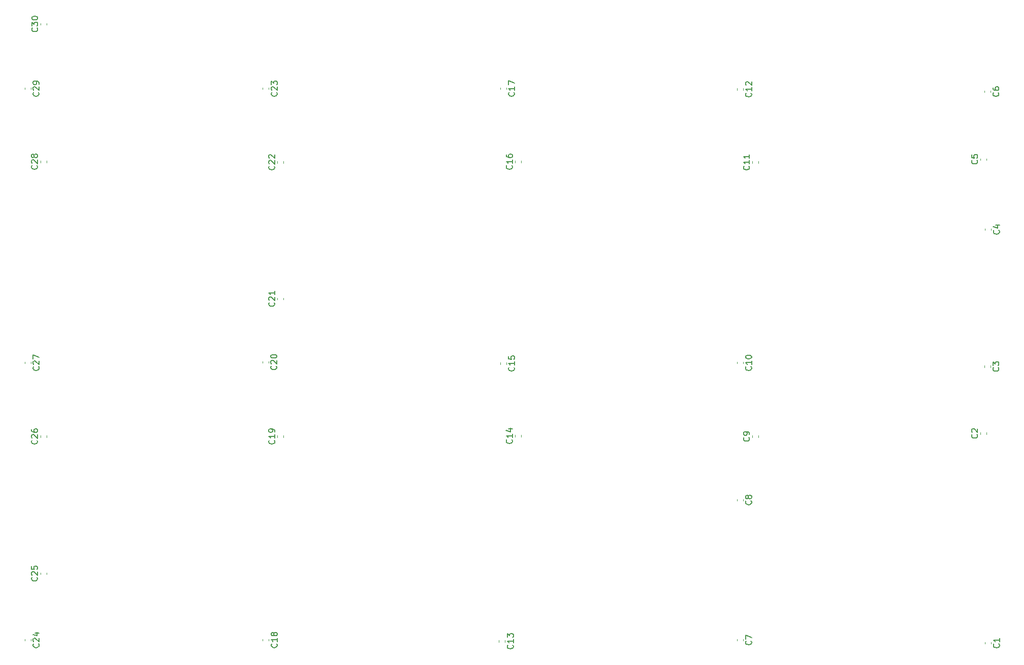
<source format=gbr>
%TF.GenerationSoftware,KiCad,Pcbnew,7.0.6*%
%TF.CreationDate,2024-01-17T22:25:57+01:00*%
%TF.ProjectId,FT24-AMS-Slave_v1-VTSENS,46543234-2d41-44d5-932d-536c6176655f,rev?*%
%TF.SameCoordinates,Original*%
%TF.FileFunction,Legend,Top*%
%TF.FilePolarity,Positive*%
%FSLAX46Y46*%
G04 Gerber Fmt 4.6, Leading zero omitted, Abs format (unit mm)*
G04 Created by KiCad (PCBNEW 7.0.6) date 2024-01-17 22:25:57*
%MOMM*%
%LPD*%
G01*
G04 APERTURE LIST*
%ADD10C,0.150000*%
%ADD11C,0.120000*%
G04 APERTURE END LIST*
D10*
X67929580Y-132442857D02*
X67977200Y-132490476D01*
X67977200Y-132490476D02*
X68024819Y-132633333D01*
X68024819Y-132633333D02*
X68024819Y-132728571D01*
X68024819Y-132728571D02*
X67977200Y-132871428D01*
X67977200Y-132871428D02*
X67881961Y-132966666D01*
X67881961Y-132966666D02*
X67786723Y-133014285D01*
X67786723Y-133014285D02*
X67596247Y-133061904D01*
X67596247Y-133061904D02*
X67453390Y-133061904D01*
X67453390Y-133061904D02*
X67262914Y-133014285D01*
X67262914Y-133014285D02*
X67167676Y-132966666D01*
X67167676Y-132966666D02*
X67072438Y-132871428D01*
X67072438Y-132871428D02*
X67024819Y-132728571D01*
X67024819Y-132728571D02*
X67024819Y-132633333D01*
X67024819Y-132633333D02*
X67072438Y-132490476D01*
X67072438Y-132490476D02*
X67120057Y-132442857D01*
X67120057Y-132061904D02*
X67072438Y-132014285D01*
X67072438Y-132014285D02*
X67024819Y-131919047D01*
X67024819Y-131919047D02*
X67024819Y-131680952D01*
X67024819Y-131680952D02*
X67072438Y-131585714D01*
X67072438Y-131585714D02*
X67120057Y-131538095D01*
X67120057Y-131538095D02*
X67215295Y-131490476D01*
X67215295Y-131490476D02*
X67310533Y-131490476D01*
X67310533Y-131490476D02*
X67453390Y-131538095D01*
X67453390Y-131538095D02*
X68024819Y-132109523D01*
X68024819Y-132109523D02*
X68024819Y-131490476D01*
X67024819Y-130585714D02*
X67024819Y-131061904D01*
X67024819Y-131061904D02*
X67501009Y-131109523D01*
X67501009Y-131109523D02*
X67453390Y-131061904D01*
X67453390Y-131061904D02*
X67405771Y-130966666D01*
X67405771Y-130966666D02*
X67405771Y-130728571D01*
X67405771Y-130728571D02*
X67453390Y-130633333D01*
X67453390Y-130633333D02*
X67501009Y-130585714D01*
X67501009Y-130585714D02*
X67596247Y-130538095D01*
X67596247Y-130538095D02*
X67834342Y-130538095D01*
X67834342Y-130538095D02*
X67929580Y-130585714D01*
X67929580Y-130585714D02*
X67977200Y-130633333D01*
X67977200Y-130633333D02*
X68024819Y-130728571D01*
X68024819Y-130728571D02*
X68024819Y-130966666D01*
X68024819Y-130966666D02*
X67977200Y-131061904D01*
X67977200Y-131061904D02*
X67929580Y-131109523D01*
X187189580Y-51542857D02*
X187237200Y-51590476D01*
X187237200Y-51590476D02*
X187284819Y-51733333D01*
X187284819Y-51733333D02*
X187284819Y-51828571D01*
X187284819Y-51828571D02*
X187237200Y-51971428D01*
X187237200Y-51971428D02*
X187141961Y-52066666D01*
X187141961Y-52066666D02*
X187046723Y-52114285D01*
X187046723Y-52114285D02*
X186856247Y-52161904D01*
X186856247Y-52161904D02*
X186713390Y-52161904D01*
X186713390Y-52161904D02*
X186522914Y-52114285D01*
X186522914Y-52114285D02*
X186427676Y-52066666D01*
X186427676Y-52066666D02*
X186332438Y-51971428D01*
X186332438Y-51971428D02*
X186284819Y-51828571D01*
X186284819Y-51828571D02*
X186284819Y-51733333D01*
X186284819Y-51733333D02*
X186332438Y-51590476D01*
X186332438Y-51590476D02*
X186380057Y-51542857D01*
X187284819Y-50590476D02*
X187284819Y-51161904D01*
X187284819Y-50876190D02*
X186284819Y-50876190D01*
X186284819Y-50876190D02*
X186427676Y-50971428D01*
X186427676Y-50971428D02*
X186522914Y-51066666D01*
X186522914Y-51066666D02*
X186570533Y-51161904D01*
X186380057Y-50209523D02*
X186332438Y-50161904D01*
X186332438Y-50161904D02*
X186284819Y-50066666D01*
X186284819Y-50066666D02*
X186284819Y-49828571D01*
X186284819Y-49828571D02*
X186332438Y-49733333D01*
X186332438Y-49733333D02*
X186380057Y-49685714D01*
X186380057Y-49685714D02*
X186475295Y-49638095D01*
X186475295Y-49638095D02*
X186570533Y-49638095D01*
X186570533Y-49638095D02*
X186713390Y-49685714D01*
X186713390Y-49685714D02*
X187284819Y-50257142D01*
X187284819Y-50257142D02*
X187284819Y-49638095D01*
X186829580Y-109066666D02*
X186877200Y-109114285D01*
X186877200Y-109114285D02*
X186924819Y-109257142D01*
X186924819Y-109257142D02*
X186924819Y-109352380D01*
X186924819Y-109352380D02*
X186877200Y-109495237D01*
X186877200Y-109495237D02*
X186781961Y-109590475D01*
X186781961Y-109590475D02*
X186686723Y-109638094D01*
X186686723Y-109638094D02*
X186496247Y-109685713D01*
X186496247Y-109685713D02*
X186353390Y-109685713D01*
X186353390Y-109685713D02*
X186162914Y-109638094D01*
X186162914Y-109638094D02*
X186067676Y-109590475D01*
X186067676Y-109590475D02*
X185972438Y-109495237D01*
X185972438Y-109495237D02*
X185924819Y-109352380D01*
X185924819Y-109352380D02*
X185924819Y-109257142D01*
X185924819Y-109257142D02*
X185972438Y-109114285D01*
X185972438Y-109114285D02*
X186020057Y-109066666D01*
X186924819Y-108590475D02*
X186924819Y-108399999D01*
X186924819Y-108399999D02*
X186877200Y-108304761D01*
X186877200Y-108304761D02*
X186829580Y-108257142D01*
X186829580Y-108257142D02*
X186686723Y-108161904D01*
X186686723Y-108161904D02*
X186496247Y-108114285D01*
X186496247Y-108114285D02*
X186115295Y-108114285D01*
X186115295Y-108114285D02*
X186020057Y-108161904D01*
X186020057Y-108161904D02*
X185972438Y-108209523D01*
X185972438Y-108209523D02*
X185924819Y-108304761D01*
X185924819Y-108304761D02*
X185924819Y-108495237D01*
X185924819Y-108495237D02*
X185972438Y-108590475D01*
X185972438Y-108590475D02*
X186020057Y-108638094D01*
X186020057Y-108638094D02*
X186115295Y-108685713D01*
X186115295Y-108685713D02*
X186353390Y-108685713D01*
X186353390Y-108685713D02*
X186448628Y-108638094D01*
X186448628Y-108638094D02*
X186496247Y-108590475D01*
X186496247Y-108590475D02*
X186543866Y-108495237D01*
X186543866Y-108495237D02*
X186543866Y-108304761D01*
X186543866Y-108304761D02*
X186496247Y-108209523D01*
X186496247Y-108209523D02*
X186448628Y-108161904D01*
X186448628Y-108161904D02*
X186353390Y-108114285D01*
X187189580Y-97242857D02*
X187237200Y-97290476D01*
X187237200Y-97290476D02*
X187284819Y-97433333D01*
X187284819Y-97433333D02*
X187284819Y-97528571D01*
X187284819Y-97528571D02*
X187237200Y-97671428D01*
X187237200Y-97671428D02*
X187141961Y-97766666D01*
X187141961Y-97766666D02*
X187046723Y-97814285D01*
X187046723Y-97814285D02*
X186856247Y-97861904D01*
X186856247Y-97861904D02*
X186713390Y-97861904D01*
X186713390Y-97861904D02*
X186522914Y-97814285D01*
X186522914Y-97814285D02*
X186427676Y-97766666D01*
X186427676Y-97766666D02*
X186332438Y-97671428D01*
X186332438Y-97671428D02*
X186284819Y-97528571D01*
X186284819Y-97528571D02*
X186284819Y-97433333D01*
X186284819Y-97433333D02*
X186332438Y-97290476D01*
X186332438Y-97290476D02*
X186380057Y-97242857D01*
X187284819Y-96290476D02*
X187284819Y-96861904D01*
X187284819Y-96576190D02*
X186284819Y-96576190D01*
X186284819Y-96576190D02*
X186427676Y-96671428D01*
X186427676Y-96671428D02*
X186522914Y-96766666D01*
X186522914Y-96766666D02*
X186570533Y-96861904D01*
X186284819Y-95671428D02*
X186284819Y-95576190D01*
X186284819Y-95576190D02*
X186332438Y-95480952D01*
X186332438Y-95480952D02*
X186380057Y-95433333D01*
X186380057Y-95433333D02*
X186475295Y-95385714D01*
X186475295Y-95385714D02*
X186665771Y-95338095D01*
X186665771Y-95338095D02*
X186903866Y-95338095D01*
X186903866Y-95338095D02*
X187094342Y-95385714D01*
X187094342Y-95385714D02*
X187189580Y-95433333D01*
X187189580Y-95433333D02*
X187237200Y-95480952D01*
X187237200Y-95480952D02*
X187284819Y-95576190D01*
X187284819Y-95576190D02*
X187284819Y-95671428D01*
X187284819Y-95671428D02*
X187237200Y-95766666D01*
X187237200Y-95766666D02*
X187189580Y-95814285D01*
X187189580Y-95814285D02*
X187094342Y-95861904D01*
X187094342Y-95861904D02*
X186903866Y-95909523D01*
X186903866Y-95909523D02*
X186665771Y-95909523D01*
X186665771Y-95909523D02*
X186475295Y-95861904D01*
X186475295Y-95861904D02*
X186380057Y-95814285D01*
X186380057Y-95814285D02*
X186332438Y-95766666D01*
X186332438Y-95766666D02*
X186284819Y-95671428D01*
X107529580Y-63742857D02*
X107577200Y-63790476D01*
X107577200Y-63790476D02*
X107624819Y-63933333D01*
X107624819Y-63933333D02*
X107624819Y-64028571D01*
X107624819Y-64028571D02*
X107577200Y-64171428D01*
X107577200Y-64171428D02*
X107481961Y-64266666D01*
X107481961Y-64266666D02*
X107386723Y-64314285D01*
X107386723Y-64314285D02*
X107196247Y-64361904D01*
X107196247Y-64361904D02*
X107053390Y-64361904D01*
X107053390Y-64361904D02*
X106862914Y-64314285D01*
X106862914Y-64314285D02*
X106767676Y-64266666D01*
X106767676Y-64266666D02*
X106672438Y-64171428D01*
X106672438Y-64171428D02*
X106624819Y-64028571D01*
X106624819Y-64028571D02*
X106624819Y-63933333D01*
X106624819Y-63933333D02*
X106672438Y-63790476D01*
X106672438Y-63790476D02*
X106720057Y-63742857D01*
X106720057Y-63361904D02*
X106672438Y-63314285D01*
X106672438Y-63314285D02*
X106624819Y-63219047D01*
X106624819Y-63219047D02*
X106624819Y-62980952D01*
X106624819Y-62980952D02*
X106672438Y-62885714D01*
X106672438Y-62885714D02*
X106720057Y-62838095D01*
X106720057Y-62838095D02*
X106815295Y-62790476D01*
X106815295Y-62790476D02*
X106910533Y-62790476D01*
X106910533Y-62790476D02*
X107053390Y-62838095D01*
X107053390Y-62838095D02*
X107624819Y-63409523D01*
X107624819Y-63409523D02*
X107624819Y-62790476D01*
X106720057Y-62409523D02*
X106672438Y-62361904D01*
X106672438Y-62361904D02*
X106624819Y-62266666D01*
X106624819Y-62266666D02*
X106624819Y-62028571D01*
X106624819Y-62028571D02*
X106672438Y-61933333D01*
X106672438Y-61933333D02*
X106720057Y-61885714D01*
X106720057Y-61885714D02*
X106815295Y-61838095D01*
X106815295Y-61838095D02*
X106910533Y-61838095D01*
X106910533Y-61838095D02*
X107053390Y-61885714D01*
X107053390Y-61885714D02*
X107624819Y-62457142D01*
X107624819Y-62457142D02*
X107624819Y-61838095D01*
X228589580Y-143566666D02*
X228637200Y-143614285D01*
X228637200Y-143614285D02*
X228684819Y-143757142D01*
X228684819Y-143757142D02*
X228684819Y-143852380D01*
X228684819Y-143852380D02*
X228637200Y-143995237D01*
X228637200Y-143995237D02*
X228541961Y-144090475D01*
X228541961Y-144090475D02*
X228446723Y-144138094D01*
X228446723Y-144138094D02*
X228256247Y-144185713D01*
X228256247Y-144185713D02*
X228113390Y-144185713D01*
X228113390Y-144185713D02*
X227922914Y-144138094D01*
X227922914Y-144138094D02*
X227827676Y-144090475D01*
X227827676Y-144090475D02*
X227732438Y-143995237D01*
X227732438Y-143995237D02*
X227684819Y-143852380D01*
X227684819Y-143852380D02*
X227684819Y-143757142D01*
X227684819Y-143757142D02*
X227732438Y-143614285D01*
X227732438Y-143614285D02*
X227780057Y-143566666D01*
X228684819Y-142614285D02*
X228684819Y-143185713D01*
X228684819Y-142899999D02*
X227684819Y-142899999D01*
X227684819Y-142899999D02*
X227827676Y-142995237D01*
X227827676Y-142995237D02*
X227922914Y-143090475D01*
X227922914Y-143090475D02*
X227970533Y-143185713D01*
X228489580Y-51466666D02*
X228537200Y-51514285D01*
X228537200Y-51514285D02*
X228584819Y-51657142D01*
X228584819Y-51657142D02*
X228584819Y-51752380D01*
X228584819Y-51752380D02*
X228537200Y-51895237D01*
X228537200Y-51895237D02*
X228441961Y-51990475D01*
X228441961Y-51990475D02*
X228346723Y-52038094D01*
X228346723Y-52038094D02*
X228156247Y-52085713D01*
X228156247Y-52085713D02*
X228013390Y-52085713D01*
X228013390Y-52085713D02*
X227822914Y-52038094D01*
X227822914Y-52038094D02*
X227727676Y-51990475D01*
X227727676Y-51990475D02*
X227632438Y-51895237D01*
X227632438Y-51895237D02*
X227584819Y-51752380D01*
X227584819Y-51752380D02*
X227584819Y-51657142D01*
X227584819Y-51657142D02*
X227632438Y-51514285D01*
X227632438Y-51514285D02*
X227680057Y-51466666D01*
X227584819Y-50609523D02*
X227584819Y-50799999D01*
X227584819Y-50799999D02*
X227632438Y-50895237D01*
X227632438Y-50895237D02*
X227680057Y-50942856D01*
X227680057Y-50942856D02*
X227822914Y-51038094D01*
X227822914Y-51038094D02*
X228013390Y-51085713D01*
X228013390Y-51085713D02*
X228394342Y-51085713D01*
X228394342Y-51085713D02*
X228489580Y-51038094D01*
X228489580Y-51038094D02*
X228537200Y-50990475D01*
X228537200Y-50990475D02*
X228584819Y-50895237D01*
X228584819Y-50895237D02*
X228584819Y-50704761D01*
X228584819Y-50704761D02*
X228537200Y-50609523D01*
X228537200Y-50609523D02*
X228489580Y-50561904D01*
X228489580Y-50561904D02*
X228394342Y-50514285D01*
X228394342Y-50514285D02*
X228156247Y-50514285D01*
X228156247Y-50514285D02*
X228061009Y-50561904D01*
X228061009Y-50561904D02*
X228013390Y-50609523D01*
X228013390Y-50609523D02*
X227965771Y-50704761D01*
X227965771Y-50704761D02*
X227965771Y-50895237D01*
X227965771Y-50895237D02*
X228013390Y-50990475D01*
X228013390Y-50990475D02*
X228061009Y-51038094D01*
X228061009Y-51038094D02*
X228156247Y-51085713D01*
X228489580Y-97366666D02*
X228537200Y-97414285D01*
X228537200Y-97414285D02*
X228584819Y-97557142D01*
X228584819Y-97557142D02*
X228584819Y-97652380D01*
X228584819Y-97652380D02*
X228537200Y-97795237D01*
X228537200Y-97795237D02*
X228441961Y-97890475D01*
X228441961Y-97890475D02*
X228346723Y-97938094D01*
X228346723Y-97938094D02*
X228156247Y-97985713D01*
X228156247Y-97985713D02*
X228013390Y-97985713D01*
X228013390Y-97985713D02*
X227822914Y-97938094D01*
X227822914Y-97938094D02*
X227727676Y-97890475D01*
X227727676Y-97890475D02*
X227632438Y-97795237D01*
X227632438Y-97795237D02*
X227584819Y-97652380D01*
X227584819Y-97652380D02*
X227584819Y-97557142D01*
X227584819Y-97557142D02*
X227632438Y-97414285D01*
X227632438Y-97414285D02*
X227680057Y-97366666D01*
X227584819Y-97033332D02*
X227584819Y-96414285D01*
X227584819Y-96414285D02*
X227965771Y-96747618D01*
X227965771Y-96747618D02*
X227965771Y-96604761D01*
X227965771Y-96604761D02*
X228013390Y-96509523D01*
X228013390Y-96509523D02*
X228061009Y-96461904D01*
X228061009Y-96461904D02*
X228156247Y-96414285D01*
X228156247Y-96414285D02*
X228394342Y-96414285D01*
X228394342Y-96414285D02*
X228489580Y-96461904D01*
X228489580Y-96461904D02*
X228537200Y-96509523D01*
X228537200Y-96509523D02*
X228584819Y-96604761D01*
X228584819Y-96604761D02*
X228584819Y-96890475D01*
X228584819Y-96890475D02*
X228537200Y-96985713D01*
X228537200Y-96985713D02*
X228489580Y-97033332D01*
X107529580Y-86542857D02*
X107577200Y-86590476D01*
X107577200Y-86590476D02*
X107624819Y-86733333D01*
X107624819Y-86733333D02*
X107624819Y-86828571D01*
X107624819Y-86828571D02*
X107577200Y-86971428D01*
X107577200Y-86971428D02*
X107481961Y-87066666D01*
X107481961Y-87066666D02*
X107386723Y-87114285D01*
X107386723Y-87114285D02*
X107196247Y-87161904D01*
X107196247Y-87161904D02*
X107053390Y-87161904D01*
X107053390Y-87161904D02*
X106862914Y-87114285D01*
X106862914Y-87114285D02*
X106767676Y-87066666D01*
X106767676Y-87066666D02*
X106672438Y-86971428D01*
X106672438Y-86971428D02*
X106624819Y-86828571D01*
X106624819Y-86828571D02*
X106624819Y-86733333D01*
X106624819Y-86733333D02*
X106672438Y-86590476D01*
X106672438Y-86590476D02*
X106720057Y-86542857D01*
X106720057Y-86161904D02*
X106672438Y-86114285D01*
X106672438Y-86114285D02*
X106624819Y-86019047D01*
X106624819Y-86019047D02*
X106624819Y-85780952D01*
X106624819Y-85780952D02*
X106672438Y-85685714D01*
X106672438Y-85685714D02*
X106720057Y-85638095D01*
X106720057Y-85638095D02*
X106815295Y-85590476D01*
X106815295Y-85590476D02*
X106910533Y-85590476D01*
X106910533Y-85590476D02*
X107053390Y-85638095D01*
X107053390Y-85638095D02*
X107624819Y-86209523D01*
X107624819Y-86209523D02*
X107624819Y-85590476D01*
X107624819Y-84638095D02*
X107624819Y-85209523D01*
X107624819Y-84923809D02*
X106624819Y-84923809D01*
X106624819Y-84923809D02*
X106767676Y-85019047D01*
X106767676Y-85019047D02*
X106862914Y-85114285D01*
X106862914Y-85114285D02*
X106910533Y-85209523D01*
X68159580Y-51442857D02*
X68207200Y-51490476D01*
X68207200Y-51490476D02*
X68254819Y-51633333D01*
X68254819Y-51633333D02*
X68254819Y-51728571D01*
X68254819Y-51728571D02*
X68207200Y-51871428D01*
X68207200Y-51871428D02*
X68111961Y-51966666D01*
X68111961Y-51966666D02*
X68016723Y-52014285D01*
X68016723Y-52014285D02*
X67826247Y-52061904D01*
X67826247Y-52061904D02*
X67683390Y-52061904D01*
X67683390Y-52061904D02*
X67492914Y-52014285D01*
X67492914Y-52014285D02*
X67397676Y-51966666D01*
X67397676Y-51966666D02*
X67302438Y-51871428D01*
X67302438Y-51871428D02*
X67254819Y-51728571D01*
X67254819Y-51728571D02*
X67254819Y-51633333D01*
X67254819Y-51633333D02*
X67302438Y-51490476D01*
X67302438Y-51490476D02*
X67350057Y-51442857D01*
X67350057Y-51061904D02*
X67302438Y-51014285D01*
X67302438Y-51014285D02*
X67254819Y-50919047D01*
X67254819Y-50919047D02*
X67254819Y-50680952D01*
X67254819Y-50680952D02*
X67302438Y-50585714D01*
X67302438Y-50585714D02*
X67350057Y-50538095D01*
X67350057Y-50538095D02*
X67445295Y-50490476D01*
X67445295Y-50490476D02*
X67540533Y-50490476D01*
X67540533Y-50490476D02*
X67683390Y-50538095D01*
X67683390Y-50538095D02*
X68254819Y-51109523D01*
X68254819Y-51109523D02*
X68254819Y-50490476D01*
X68254819Y-50014285D02*
X68254819Y-49823809D01*
X68254819Y-49823809D02*
X68207200Y-49728571D01*
X68207200Y-49728571D02*
X68159580Y-49680952D01*
X68159580Y-49680952D02*
X68016723Y-49585714D01*
X68016723Y-49585714D02*
X67826247Y-49538095D01*
X67826247Y-49538095D02*
X67445295Y-49538095D01*
X67445295Y-49538095D02*
X67350057Y-49585714D01*
X67350057Y-49585714D02*
X67302438Y-49633333D01*
X67302438Y-49633333D02*
X67254819Y-49728571D01*
X67254819Y-49728571D02*
X67254819Y-49919047D01*
X67254819Y-49919047D02*
X67302438Y-50014285D01*
X67302438Y-50014285D02*
X67350057Y-50061904D01*
X67350057Y-50061904D02*
X67445295Y-50109523D01*
X67445295Y-50109523D02*
X67683390Y-50109523D01*
X67683390Y-50109523D02*
X67778628Y-50061904D01*
X67778628Y-50061904D02*
X67826247Y-50014285D01*
X67826247Y-50014285D02*
X67873866Y-49919047D01*
X67873866Y-49919047D02*
X67873866Y-49728571D01*
X67873866Y-49728571D02*
X67826247Y-49633333D01*
X67826247Y-49633333D02*
X67778628Y-49585714D01*
X67778628Y-49585714D02*
X67683390Y-49538095D01*
X187189580Y-119666666D02*
X187237200Y-119714285D01*
X187237200Y-119714285D02*
X187284819Y-119857142D01*
X187284819Y-119857142D02*
X187284819Y-119952380D01*
X187284819Y-119952380D02*
X187237200Y-120095237D01*
X187237200Y-120095237D02*
X187141961Y-120190475D01*
X187141961Y-120190475D02*
X187046723Y-120238094D01*
X187046723Y-120238094D02*
X186856247Y-120285713D01*
X186856247Y-120285713D02*
X186713390Y-120285713D01*
X186713390Y-120285713D02*
X186522914Y-120238094D01*
X186522914Y-120238094D02*
X186427676Y-120190475D01*
X186427676Y-120190475D02*
X186332438Y-120095237D01*
X186332438Y-120095237D02*
X186284819Y-119952380D01*
X186284819Y-119952380D02*
X186284819Y-119857142D01*
X186284819Y-119857142D02*
X186332438Y-119714285D01*
X186332438Y-119714285D02*
X186380057Y-119666666D01*
X186713390Y-119095237D02*
X186665771Y-119190475D01*
X186665771Y-119190475D02*
X186618152Y-119238094D01*
X186618152Y-119238094D02*
X186522914Y-119285713D01*
X186522914Y-119285713D02*
X186475295Y-119285713D01*
X186475295Y-119285713D02*
X186380057Y-119238094D01*
X186380057Y-119238094D02*
X186332438Y-119190475D01*
X186332438Y-119190475D02*
X186284819Y-119095237D01*
X186284819Y-119095237D02*
X186284819Y-118904761D01*
X186284819Y-118904761D02*
X186332438Y-118809523D01*
X186332438Y-118809523D02*
X186380057Y-118761904D01*
X186380057Y-118761904D02*
X186475295Y-118714285D01*
X186475295Y-118714285D02*
X186522914Y-118714285D01*
X186522914Y-118714285D02*
X186618152Y-118761904D01*
X186618152Y-118761904D02*
X186665771Y-118809523D01*
X186665771Y-118809523D02*
X186713390Y-118904761D01*
X186713390Y-118904761D02*
X186713390Y-119095237D01*
X186713390Y-119095237D02*
X186761009Y-119190475D01*
X186761009Y-119190475D02*
X186808628Y-119238094D01*
X186808628Y-119238094D02*
X186903866Y-119285713D01*
X186903866Y-119285713D02*
X187094342Y-119285713D01*
X187094342Y-119285713D02*
X187189580Y-119238094D01*
X187189580Y-119238094D02*
X187237200Y-119190475D01*
X187237200Y-119190475D02*
X187284819Y-119095237D01*
X187284819Y-119095237D02*
X187284819Y-118904761D01*
X187284819Y-118904761D02*
X187237200Y-118809523D01*
X187237200Y-118809523D02*
X187189580Y-118761904D01*
X187189580Y-118761904D02*
X187094342Y-118714285D01*
X187094342Y-118714285D02*
X186903866Y-118714285D01*
X186903866Y-118714285D02*
X186808628Y-118761904D01*
X186808628Y-118761904D02*
X186761009Y-118809523D01*
X186761009Y-118809523D02*
X186713390Y-118904761D01*
X107959580Y-51442857D02*
X108007200Y-51490476D01*
X108007200Y-51490476D02*
X108054819Y-51633333D01*
X108054819Y-51633333D02*
X108054819Y-51728571D01*
X108054819Y-51728571D02*
X108007200Y-51871428D01*
X108007200Y-51871428D02*
X107911961Y-51966666D01*
X107911961Y-51966666D02*
X107816723Y-52014285D01*
X107816723Y-52014285D02*
X107626247Y-52061904D01*
X107626247Y-52061904D02*
X107483390Y-52061904D01*
X107483390Y-52061904D02*
X107292914Y-52014285D01*
X107292914Y-52014285D02*
X107197676Y-51966666D01*
X107197676Y-51966666D02*
X107102438Y-51871428D01*
X107102438Y-51871428D02*
X107054819Y-51728571D01*
X107054819Y-51728571D02*
X107054819Y-51633333D01*
X107054819Y-51633333D02*
X107102438Y-51490476D01*
X107102438Y-51490476D02*
X107150057Y-51442857D01*
X107150057Y-51061904D02*
X107102438Y-51014285D01*
X107102438Y-51014285D02*
X107054819Y-50919047D01*
X107054819Y-50919047D02*
X107054819Y-50680952D01*
X107054819Y-50680952D02*
X107102438Y-50585714D01*
X107102438Y-50585714D02*
X107150057Y-50538095D01*
X107150057Y-50538095D02*
X107245295Y-50490476D01*
X107245295Y-50490476D02*
X107340533Y-50490476D01*
X107340533Y-50490476D02*
X107483390Y-50538095D01*
X107483390Y-50538095D02*
X108054819Y-51109523D01*
X108054819Y-51109523D02*
X108054819Y-50490476D01*
X107054819Y-50157142D02*
X107054819Y-49538095D01*
X107054819Y-49538095D02*
X107435771Y-49871428D01*
X107435771Y-49871428D02*
X107435771Y-49728571D01*
X107435771Y-49728571D02*
X107483390Y-49633333D01*
X107483390Y-49633333D02*
X107531009Y-49585714D01*
X107531009Y-49585714D02*
X107626247Y-49538095D01*
X107626247Y-49538095D02*
X107864342Y-49538095D01*
X107864342Y-49538095D02*
X107959580Y-49585714D01*
X107959580Y-49585714D02*
X108007200Y-49633333D01*
X108007200Y-49633333D02*
X108054819Y-49728571D01*
X108054819Y-49728571D02*
X108054819Y-50014285D01*
X108054819Y-50014285D02*
X108007200Y-50109523D01*
X108007200Y-50109523D02*
X107959580Y-50157142D01*
X107889580Y-97142857D02*
X107937200Y-97190476D01*
X107937200Y-97190476D02*
X107984819Y-97333333D01*
X107984819Y-97333333D02*
X107984819Y-97428571D01*
X107984819Y-97428571D02*
X107937200Y-97571428D01*
X107937200Y-97571428D02*
X107841961Y-97666666D01*
X107841961Y-97666666D02*
X107746723Y-97714285D01*
X107746723Y-97714285D02*
X107556247Y-97761904D01*
X107556247Y-97761904D02*
X107413390Y-97761904D01*
X107413390Y-97761904D02*
X107222914Y-97714285D01*
X107222914Y-97714285D02*
X107127676Y-97666666D01*
X107127676Y-97666666D02*
X107032438Y-97571428D01*
X107032438Y-97571428D02*
X106984819Y-97428571D01*
X106984819Y-97428571D02*
X106984819Y-97333333D01*
X106984819Y-97333333D02*
X107032438Y-97190476D01*
X107032438Y-97190476D02*
X107080057Y-97142857D01*
X107080057Y-96761904D02*
X107032438Y-96714285D01*
X107032438Y-96714285D02*
X106984819Y-96619047D01*
X106984819Y-96619047D02*
X106984819Y-96380952D01*
X106984819Y-96380952D02*
X107032438Y-96285714D01*
X107032438Y-96285714D02*
X107080057Y-96238095D01*
X107080057Y-96238095D02*
X107175295Y-96190476D01*
X107175295Y-96190476D02*
X107270533Y-96190476D01*
X107270533Y-96190476D02*
X107413390Y-96238095D01*
X107413390Y-96238095D02*
X107984819Y-96809523D01*
X107984819Y-96809523D02*
X107984819Y-96190476D01*
X106984819Y-95571428D02*
X106984819Y-95476190D01*
X106984819Y-95476190D02*
X107032438Y-95380952D01*
X107032438Y-95380952D02*
X107080057Y-95333333D01*
X107080057Y-95333333D02*
X107175295Y-95285714D01*
X107175295Y-95285714D02*
X107365771Y-95238095D01*
X107365771Y-95238095D02*
X107603866Y-95238095D01*
X107603866Y-95238095D02*
X107794342Y-95285714D01*
X107794342Y-95285714D02*
X107889580Y-95333333D01*
X107889580Y-95333333D02*
X107937200Y-95380952D01*
X107937200Y-95380952D02*
X107984819Y-95476190D01*
X107984819Y-95476190D02*
X107984819Y-95571428D01*
X107984819Y-95571428D02*
X107937200Y-95666666D01*
X107937200Y-95666666D02*
X107889580Y-95714285D01*
X107889580Y-95714285D02*
X107794342Y-95761904D01*
X107794342Y-95761904D02*
X107603866Y-95809523D01*
X107603866Y-95809523D02*
X107365771Y-95809523D01*
X107365771Y-95809523D02*
X107175295Y-95761904D01*
X107175295Y-95761904D02*
X107080057Y-95714285D01*
X107080057Y-95714285D02*
X107032438Y-95666666D01*
X107032438Y-95666666D02*
X106984819Y-95571428D01*
X147389580Y-143742857D02*
X147437200Y-143790476D01*
X147437200Y-143790476D02*
X147484819Y-143933333D01*
X147484819Y-143933333D02*
X147484819Y-144028571D01*
X147484819Y-144028571D02*
X147437200Y-144171428D01*
X147437200Y-144171428D02*
X147341961Y-144266666D01*
X147341961Y-144266666D02*
X147246723Y-144314285D01*
X147246723Y-144314285D02*
X147056247Y-144361904D01*
X147056247Y-144361904D02*
X146913390Y-144361904D01*
X146913390Y-144361904D02*
X146722914Y-144314285D01*
X146722914Y-144314285D02*
X146627676Y-144266666D01*
X146627676Y-144266666D02*
X146532438Y-144171428D01*
X146532438Y-144171428D02*
X146484819Y-144028571D01*
X146484819Y-144028571D02*
X146484819Y-143933333D01*
X146484819Y-143933333D02*
X146532438Y-143790476D01*
X146532438Y-143790476D02*
X146580057Y-143742857D01*
X147484819Y-142790476D02*
X147484819Y-143361904D01*
X147484819Y-143076190D02*
X146484819Y-143076190D01*
X146484819Y-143076190D02*
X146627676Y-143171428D01*
X146627676Y-143171428D02*
X146722914Y-143266666D01*
X146722914Y-143266666D02*
X146770533Y-143361904D01*
X146484819Y-142457142D02*
X146484819Y-141838095D01*
X146484819Y-141838095D02*
X146865771Y-142171428D01*
X146865771Y-142171428D02*
X146865771Y-142028571D01*
X146865771Y-142028571D02*
X146913390Y-141933333D01*
X146913390Y-141933333D02*
X146961009Y-141885714D01*
X146961009Y-141885714D02*
X147056247Y-141838095D01*
X147056247Y-141838095D02*
X147294342Y-141838095D01*
X147294342Y-141838095D02*
X147389580Y-141885714D01*
X147389580Y-141885714D02*
X147437200Y-141933333D01*
X147437200Y-141933333D02*
X147484819Y-142028571D01*
X147484819Y-142028571D02*
X147484819Y-142314285D01*
X147484819Y-142314285D02*
X147437200Y-142409523D01*
X147437200Y-142409523D02*
X147389580Y-142457142D01*
X107959580Y-143542857D02*
X108007200Y-143590476D01*
X108007200Y-143590476D02*
X108054819Y-143733333D01*
X108054819Y-143733333D02*
X108054819Y-143828571D01*
X108054819Y-143828571D02*
X108007200Y-143971428D01*
X108007200Y-143971428D02*
X107911961Y-144066666D01*
X107911961Y-144066666D02*
X107816723Y-144114285D01*
X107816723Y-144114285D02*
X107626247Y-144161904D01*
X107626247Y-144161904D02*
X107483390Y-144161904D01*
X107483390Y-144161904D02*
X107292914Y-144114285D01*
X107292914Y-144114285D02*
X107197676Y-144066666D01*
X107197676Y-144066666D02*
X107102438Y-143971428D01*
X107102438Y-143971428D02*
X107054819Y-143828571D01*
X107054819Y-143828571D02*
X107054819Y-143733333D01*
X107054819Y-143733333D02*
X107102438Y-143590476D01*
X107102438Y-143590476D02*
X107150057Y-143542857D01*
X108054819Y-142590476D02*
X108054819Y-143161904D01*
X108054819Y-142876190D02*
X107054819Y-142876190D01*
X107054819Y-142876190D02*
X107197676Y-142971428D01*
X107197676Y-142971428D02*
X107292914Y-143066666D01*
X107292914Y-143066666D02*
X107340533Y-143161904D01*
X107483390Y-142019047D02*
X107435771Y-142114285D01*
X107435771Y-142114285D02*
X107388152Y-142161904D01*
X107388152Y-142161904D02*
X107292914Y-142209523D01*
X107292914Y-142209523D02*
X107245295Y-142209523D01*
X107245295Y-142209523D02*
X107150057Y-142161904D01*
X107150057Y-142161904D02*
X107102438Y-142114285D01*
X107102438Y-142114285D02*
X107054819Y-142019047D01*
X107054819Y-142019047D02*
X107054819Y-141828571D01*
X107054819Y-141828571D02*
X107102438Y-141733333D01*
X107102438Y-141733333D02*
X107150057Y-141685714D01*
X107150057Y-141685714D02*
X107245295Y-141638095D01*
X107245295Y-141638095D02*
X107292914Y-141638095D01*
X107292914Y-141638095D02*
X107388152Y-141685714D01*
X107388152Y-141685714D02*
X107435771Y-141733333D01*
X107435771Y-141733333D02*
X107483390Y-141828571D01*
X107483390Y-141828571D02*
X107483390Y-142019047D01*
X107483390Y-142019047D02*
X107531009Y-142114285D01*
X107531009Y-142114285D02*
X107578628Y-142161904D01*
X107578628Y-142161904D02*
X107673866Y-142209523D01*
X107673866Y-142209523D02*
X107864342Y-142209523D01*
X107864342Y-142209523D02*
X107959580Y-142161904D01*
X107959580Y-142161904D02*
X108007200Y-142114285D01*
X108007200Y-142114285D02*
X108054819Y-142019047D01*
X108054819Y-142019047D02*
X108054819Y-141828571D01*
X108054819Y-141828571D02*
X108007200Y-141733333D01*
X108007200Y-141733333D02*
X107959580Y-141685714D01*
X107959580Y-141685714D02*
X107864342Y-141638095D01*
X107864342Y-141638095D02*
X107673866Y-141638095D01*
X107673866Y-141638095D02*
X107578628Y-141685714D01*
X107578628Y-141685714D02*
X107531009Y-141733333D01*
X107531009Y-141733333D02*
X107483390Y-141828571D01*
X147589580Y-51442857D02*
X147637200Y-51490476D01*
X147637200Y-51490476D02*
X147684819Y-51633333D01*
X147684819Y-51633333D02*
X147684819Y-51728571D01*
X147684819Y-51728571D02*
X147637200Y-51871428D01*
X147637200Y-51871428D02*
X147541961Y-51966666D01*
X147541961Y-51966666D02*
X147446723Y-52014285D01*
X147446723Y-52014285D02*
X147256247Y-52061904D01*
X147256247Y-52061904D02*
X147113390Y-52061904D01*
X147113390Y-52061904D02*
X146922914Y-52014285D01*
X146922914Y-52014285D02*
X146827676Y-51966666D01*
X146827676Y-51966666D02*
X146732438Y-51871428D01*
X146732438Y-51871428D02*
X146684819Y-51728571D01*
X146684819Y-51728571D02*
X146684819Y-51633333D01*
X146684819Y-51633333D02*
X146732438Y-51490476D01*
X146732438Y-51490476D02*
X146780057Y-51442857D01*
X147684819Y-50490476D02*
X147684819Y-51061904D01*
X147684819Y-50776190D02*
X146684819Y-50776190D01*
X146684819Y-50776190D02*
X146827676Y-50871428D01*
X146827676Y-50871428D02*
X146922914Y-50966666D01*
X146922914Y-50966666D02*
X146970533Y-51061904D01*
X146684819Y-50157142D02*
X146684819Y-49490476D01*
X146684819Y-49490476D02*
X147684819Y-49919047D01*
X224929580Y-62766666D02*
X224977200Y-62814285D01*
X224977200Y-62814285D02*
X225024819Y-62957142D01*
X225024819Y-62957142D02*
X225024819Y-63052380D01*
X225024819Y-63052380D02*
X224977200Y-63195237D01*
X224977200Y-63195237D02*
X224881961Y-63290475D01*
X224881961Y-63290475D02*
X224786723Y-63338094D01*
X224786723Y-63338094D02*
X224596247Y-63385713D01*
X224596247Y-63385713D02*
X224453390Y-63385713D01*
X224453390Y-63385713D02*
X224262914Y-63338094D01*
X224262914Y-63338094D02*
X224167676Y-63290475D01*
X224167676Y-63290475D02*
X224072438Y-63195237D01*
X224072438Y-63195237D02*
X224024819Y-63052380D01*
X224024819Y-63052380D02*
X224024819Y-62957142D01*
X224024819Y-62957142D02*
X224072438Y-62814285D01*
X224072438Y-62814285D02*
X224120057Y-62766666D01*
X224024819Y-61861904D02*
X224024819Y-62338094D01*
X224024819Y-62338094D02*
X224501009Y-62385713D01*
X224501009Y-62385713D02*
X224453390Y-62338094D01*
X224453390Y-62338094D02*
X224405771Y-62242856D01*
X224405771Y-62242856D02*
X224405771Y-62004761D01*
X224405771Y-62004761D02*
X224453390Y-61909523D01*
X224453390Y-61909523D02*
X224501009Y-61861904D01*
X224501009Y-61861904D02*
X224596247Y-61814285D01*
X224596247Y-61814285D02*
X224834342Y-61814285D01*
X224834342Y-61814285D02*
X224929580Y-61861904D01*
X224929580Y-61861904D02*
X224977200Y-61909523D01*
X224977200Y-61909523D02*
X225024819Y-62004761D01*
X225024819Y-62004761D02*
X225024819Y-62242856D01*
X225024819Y-62242856D02*
X224977200Y-62338094D01*
X224977200Y-62338094D02*
X224929580Y-62385713D01*
X228589580Y-74466666D02*
X228637200Y-74514285D01*
X228637200Y-74514285D02*
X228684819Y-74657142D01*
X228684819Y-74657142D02*
X228684819Y-74752380D01*
X228684819Y-74752380D02*
X228637200Y-74895237D01*
X228637200Y-74895237D02*
X228541961Y-74990475D01*
X228541961Y-74990475D02*
X228446723Y-75038094D01*
X228446723Y-75038094D02*
X228256247Y-75085713D01*
X228256247Y-75085713D02*
X228113390Y-75085713D01*
X228113390Y-75085713D02*
X227922914Y-75038094D01*
X227922914Y-75038094D02*
X227827676Y-74990475D01*
X227827676Y-74990475D02*
X227732438Y-74895237D01*
X227732438Y-74895237D02*
X227684819Y-74752380D01*
X227684819Y-74752380D02*
X227684819Y-74657142D01*
X227684819Y-74657142D02*
X227732438Y-74514285D01*
X227732438Y-74514285D02*
X227780057Y-74466666D01*
X228018152Y-73609523D02*
X228684819Y-73609523D01*
X227637200Y-73847618D02*
X228351485Y-74085713D01*
X228351485Y-74085713D02*
X228351485Y-73466666D01*
X68189580Y-97242857D02*
X68237200Y-97290476D01*
X68237200Y-97290476D02*
X68284819Y-97433333D01*
X68284819Y-97433333D02*
X68284819Y-97528571D01*
X68284819Y-97528571D02*
X68237200Y-97671428D01*
X68237200Y-97671428D02*
X68141961Y-97766666D01*
X68141961Y-97766666D02*
X68046723Y-97814285D01*
X68046723Y-97814285D02*
X67856247Y-97861904D01*
X67856247Y-97861904D02*
X67713390Y-97861904D01*
X67713390Y-97861904D02*
X67522914Y-97814285D01*
X67522914Y-97814285D02*
X67427676Y-97766666D01*
X67427676Y-97766666D02*
X67332438Y-97671428D01*
X67332438Y-97671428D02*
X67284819Y-97528571D01*
X67284819Y-97528571D02*
X67284819Y-97433333D01*
X67284819Y-97433333D02*
X67332438Y-97290476D01*
X67332438Y-97290476D02*
X67380057Y-97242857D01*
X67380057Y-96861904D02*
X67332438Y-96814285D01*
X67332438Y-96814285D02*
X67284819Y-96719047D01*
X67284819Y-96719047D02*
X67284819Y-96480952D01*
X67284819Y-96480952D02*
X67332438Y-96385714D01*
X67332438Y-96385714D02*
X67380057Y-96338095D01*
X67380057Y-96338095D02*
X67475295Y-96290476D01*
X67475295Y-96290476D02*
X67570533Y-96290476D01*
X67570533Y-96290476D02*
X67713390Y-96338095D01*
X67713390Y-96338095D02*
X68284819Y-96909523D01*
X68284819Y-96909523D02*
X68284819Y-96290476D01*
X67284819Y-95957142D02*
X67284819Y-95290476D01*
X67284819Y-95290476D02*
X68284819Y-95719047D01*
X224929580Y-108566666D02*
X224977200Y-108614285D01*
X224977200Y-108614285D02*
X225024819Y-108757142D01*
X225024819Y-108757142D02*
X225024819Y-108852380D01*
X225024819Y-108852380D02*
X224977200Y-108995237D01*
X224977200Y-108995237D02*
X224881961Y-109090475D01*
X224881961Y-109090475D02*
X224786723Y-109138094D01*
X224786723Y-109138094D02*
X224596247Y-109185713D01*
X224596247Y-109185713D02*
X224453390Y-109185713D01*
X224453390Y-109185713D02*
X224262914Y-109138094D01*
X224262914Y-109138094D02*
X224167676Y-109090475D01*
X224167676Y-109090475D02*
X224072438Y-108995237D01*
X224072438Y-108995237D02*
X224024819Y-108852380D01*
X224024819Y-108852380D02*
X224024819Y-108757142D01*
X224024819Y-108757142D02*
X224072438Y-108614285D01*
X224072438Y-108614285D02*
X224120057Y-108566666D01*
X224120057Y-108185713D02*
X224072438Y-108138094D01*
X224072438Y-108138094D02*
X224024819Y-108042856D01*
X224024819Y-108042856D02*
X224024819Y-107804761D01*
X224024819Y-107804761D02*
X224072438Y-107709523D01*
X224072438Y-107709523D02*
X224120057Y-107661904D01*
X224120057Y-107661904D02*
X224215295Y-107614285D01*
X224215295Y-107614285D02*
X224310533Y-107614285D01*
X224310533Y-107614285D02*
X224453390Y-107661904D01*
X224453390Y-107661904D02*
X225024819Y-108233332D01*
X225024819Y-108233332D02*
X225024819Y-107614285D01*
X186829580Y-63742857D02*
X186877200Y-63790476D01*
X186877200Y-63790476D02*
X186924819Y-63933333D01*
X186924819Y-63933333D02*
X186924819Y-64028571D01*
X186924819Y-64028571D02*
X186877200Y-64171428D01*
X186877200Y-64171428D02*
X186781961Y-64266666D01*
X186781961Y-64266666D02*
X186686723Y-64314285D01*
X186686723Y-64314285D02*
X186496247Y-64361904D01*
X186496247Y-64361904D02*
X186353390Y-64361904D01*
X186353390Y-64361904D02*
X186162914Y-64314285D01*
X186162914Y-64314285D02*
X186067676Y-64266666D01*
X186067676Y-64266666D02*
X185972438Y-64171428D01*
X185972438Y-64171428D02*
X185924819Y-64028571D01*
X185924819Y-64028571D02*
X185924819Y-63933333D01*
X185924819Y-63933333D02*
X185972438Y-63790476D01*
X185972438Y-63790476D02*
X186020057Y-63742857D01*
X186924819Y-62790476D02*
X186924819Y-63361904D01*
X186924819Y-63076190D02*
X185924819Y-63076190D01*
X185924819Y-63076190D02*
X186067676Y-63171428D01*
X186067676Y-63171428D02*
X186162914Y-63266666D01*
X186162914Y-63266666D02*
X186210533Y-63361904D01*
X186924819Y-61838095D02*
X186924819Y-62409523D01*
X186924819Y-62123809D02*
X185924819Y-62123809D01*
X185924819Y-62123809D02*
X186067676Y-62219047D01*
X186067676Y-62219047D02*
X186162914Y-62314285D01*
X186162914Y-62314285D02*
X186210533Y-62409523D01*
X187189580Y-143066666D02*
X187237200Y-143114285D01*
X187237200Y-143114285D02*
X187284819Y-143257142D01*
X187284819Y-143257142D02*
X187284819Y-143352380D01*
X187284819Y-143352380D02*
X187237200Y-143495237D01*
X187237200Y-143495237D02*
X187141961Y-143590475D01*
X187141961Y-143590475D02*
X187046723Y-143638094D01*
X187046723Y-143638094D02*
X186856247Y-143685713D01*
X186856247Y-143685713D02*
X186713390Y-143685713D01*
X186713390Y-143685713D02*
X186522914Y-143638094D01*
X186522914Y-143638094D02*
X186427676Y-143590475D01*
X186427676Y-143590475D02*
X186332438Y-143495237D01*
X186332438Y-143495237D02*
X186284819Y-143352380D01*
X186284819Y-143352380D02*
X186284819Y-143257142D01*
X186284819Y-143257142D02*
X186332438Y-143114285D01*
X186332438Y-143114285D02*
X186380057Y-143066666D01*
X186284819Y-142733332D02*
X186284819Y-142066666D01*
X186284819Y-142066666D02*
X187284819Y-142495237D01*
X68189580Y-143542857D02*
X68237200Y-143590476D01*
X68237200Y-143590476D02*
X68284819Y-143733333D01*
X68284819Y-143733333D02*
X68284819Y-143828571D01*
X68284819Y-143828571D02*
X68237200Y-143971428D01*
X68237200Y-143971428D02*
X68141961Y-144066666D01*
X68141961Y-144066666D02*
X68046723Y-144114285D01*
X68046723Y-144114285D02*
X67856247Y-144161904D01*
X67856247Y-144161904D02*
X67713390Y-144161904D01*
X67713390Y-144161904D02*
X67522914Y-144114285D01*
X67522914Y-144114285D02*
X67427676Y-144066666D01*
X67427676Y-144066666D02*
X67332438Y-143971428D01*
X67332438Y-143971428D02*
X67284819Y-143828571D01*
X67284819Y-143828571D02*
X67284819Y-143733333D01*
X67284819Y-143733333D02*
X67332438Y-143590476D01*
X67332438Y-143590476D02*
X67380057Y-143542857D01*
X67380057Y-143161904D02*
X67332438Y-143114285D01*
X67332438Y-143114285D02*
X67284819Y-143019047D01*
X67284819Y-143019047D02*
X67284819Y-142780952D01*
X67284819Y-142780952D02*
X67332438Y-142685714D01*
X67332438Y-142685714D02*
X67380057Y-142638095D01*
X67380057Y-142638095D02*
X67475295Y-142590476D01*
X67475295Y-142590476D02*
X67570533Y-142590476D01*
X67570533Y-142590476D02*
X67713390Y-142638095D01*
X67713390Y-142638095D02*
X68284819Y-143209523D01*
X68284819Y-143209523D02*
X68284819Y-142590476D01*
X67618152Y-141733333D02*
X68284819Y-141733333D01*
X67237200Y-141971428D02*
X67951485Y-142209523D01*
X67951485Y-142209523D02*
X67951485Y-141590476D01*
X147589580Y-97342857D02*
X147637200Y-97390476D01*
X147637200Y-97390476D02*
X147684819Y-97533333D01*
X147684819Y-97533333D02*
X147684819Y-97628571D01*
X147684819Y-97628571D02*
X147637200Y-97771428D01*
X147637200Y-97771428D02*
X147541961Y-97866666D01*
X147541961Y-97866666D02*
X147446723Y-97914285D01*
X147446723Y-97914285D02*
X147256247Y-97961904D01*
X147256247Y-97961904D02*
X147113390Y-97961904D01*
X147113390Y-97961904D02*
X146922914Y-97914285D01*
X146922914Y-97914285D02*
X146827676Y-97866666D01*
X146827676Y-97866666D02*
X146732438Y-97771428D01*
X146732438Y-97771428D02*
X146684819Y-97628571D01*
X146684819Y-97628571D02*
X146684819Y-97533333D01*
X146684819Y-97533333D02*
X146732438Y-97390476D01*
X146732438Y-97390476D02*
X146780057Y-97342857D01*
X147684819Y-96390476D02*
X147684819Y-96961904D01*
X147684819Y-96676190D02*
X146684819Y-96676190D01*
X146684819Y-96676190D02*
X146827676Y-96771428D01*
X146827676Y-96771428D02*
X146922914Y-96866666D01*
X146922914Y-96866666D02*
X146970533Y-96961904D01*
X146684819Y-95485714D02*
X146684819Y-95961904D01*
X146684819Y-95961904D02*
X147161009Y-96009523D01*
X147161009Y-96009523D02*
X147113390Y-95961904D01*
X147113390Y-95961904D02*
X147065771Y-95866666D01*
X147065771Y-95866666D02*
X147065771Y-95628571D01*
X147065771Y-95628571D02*
X147113390Y-95533333D01*
X147113390Y-95533333D02*
X147161009Y-95485714D01*
X147161009Y-95485714D02*
X147256247Y-95438095D01*
X147256247Y-95438095D02*
X147494342Y-95438095D01*
X147494342Y-95438095D02*
X147589580Y-95485714D01*
X147589580Y-95485714D02*
X147637200Y-95533333D01*
X147637200Y-95533333D02*
X147684819Y-95628571D01*
X147684819Y-95628571D02*
X147684819Y-95866666D01*
X147684819Y-95866666D02*
X147637200Y-95961904D01*
X147637200Y-95961904D02*
X147589580Y-96009523D01*
X67929580Y-109542857D02*
X67977200Y-109590476D01*
X67977200Y-109590476D02*
X68024819Y-109733333D01*
X68024819Y-109733333D02*
X68024819Y-109828571D01*
X68024819Y-109828571D02*
X67977200Y-109971428D01*
X67977200Y-109971428D02*
X67881961Y-110066666D01*
X67881961Y-110066666D02*
X67786723Y-110114285D01*
X67786723Y-110114285D02*
X67596247Y-110161904D01*
X67596247Y-110161904D02*
X67453390Y-110161904D01*
X67453390Y-110161904D02*
X67262914Y-110114285D01*
X67262914Y-110114285D02*
X67167676Y-110066666D01*
X67167676Y-110066666D02*
X67072438Y-109971428D01*
X67072438Y-109971428D02*
X67024819Y-109828571D01*
X67024819Y-109828571D02*
X67024819Y-109733333D01*
X67024819Y-109733333D02*
X67072438Y-109590476D01*
X67072438Y-109590476D02*
X67120057Y-109542857D01*
X67120057Y-109161904D02*
X67072438Y-109114285D01*
X67072438Y-109114285D02*
X67024819Y-109019047D01*
X67024819Y-109019047D02*
X67024819Y-108780952D01*
X67024819Y-108780952D02*
X67072438Y-108685714D01*
X67072438Y-108685714D02*
X67120057Y-108638095D01*
X67120057Y-108638095D02*
X67215295Y-108590476D01*
X67215295Y-108590476D02*
X67310533Y-108590476D01*
X67310533Y-108590476D02*
X67453390Y-108638095D01*
X67453390Y-108638095D02*
X68024819Y-109209523D01*
X68024819Y-109209523D02*
X68024819Y-108590476D01*
X67024819Y-107733333D02*
X67024819Y-107923809D01*
X67024819Y-107923809D02*
X67072438Y-108019047D01*
X67072438Y-108019047D02*
X67120057Y-108066666D01*
X67120057Y-108066666D02*
X67262914Y-108161904D01*
X67262914Y-108161904D02*
X67453390Y-108209523D01*
X67453390Y-108209523D02*
X67834342Y-108209523D01*
X67834342Y-108209523D02*
X67929580Y-108161904D01*
X67929580Y-108161904D02*
X67977200Y-108114285D01*
X67977200Y-108114285D02*
X68024819Y-108019047D01*
X68024819Y-108019047D02*
X68024819Y-107828571D01*
X68024819Y-107828571D02*
X67977200Y-107733333D01*
X67977200Y-107733333D02*
X67929580Y-107685714D01*
X67929580Y-107685714D02*
X67834342Y-107638095D01*
X67834342Y-107638095D02*
X67596247Y-107638095D01*
X67596247Y-107638095D02*
X67501009Y-107685714D01*
X67501009Y-107685714D02*
X67453390Y-107733333D01*
X67453390Y-107733333D02*
X67405771Y-107828571D01*
X67405771Y-107828571D02*
X67405771Y-108019047D01*
X67405771Y-108019047D02*
X67453390Y-108114285D01*
X67453390Y-108114285D02*
X67501009Y-108161904D01*
X67501009Y-108161904D02*
X67596247Y-108209523D01*
X147229580Y-63642857D02*
X147277200Y-63690476D01*
X147277200Y-63690476D02*
X147324819Y-63833333D01*
X147324819Y-63833333D02*
X147324819Y-63928571D01*
X147324819Y-63928571D02*
X147277200Y-64071428D01*
X147277200Y-64071428D02*
X147181961Y-64166666D01*
X147181961Y-64166666D02*
X147086723Y-64214285D01*
X147086723Y-64214285D02*
X146896247Y-64261904D01*
X146896247Y-64261904D02*
X146753390Y-64261904D01*
X146753390Y-64261904D02*
X146562914Y-64214285D01*
X146562914Y-64214285D02*
X146467676Y-64166666D01*
X146467676Y-64166666D02*
X146372438Y-64071428D01*
X146372438Y-64071428D02*
X146324819Y-63928571D01*
X146324819Y-63928571D02*
X146324819Y-63833333D01*
X146324819Y-63833333D02*
X146372438Y-63690476D01*
X146372438Y-63690476D02*
X146420057Y-63642857D01*
X147324819Y-62690476D02*
X147324819Y-63261904D01*
X147324819Y-62976190D02*
X146324819Y-62976190D01*
X146324819Y-62976190D02*
X146467676Y-63071428D01*
X146467676Y-63071428D02*
X146562914Y-63166666D01*
X146562914Y-63166666D02*
X146610533Y-63261904D01*
X146324819Y-61833333D02*
X146324819Y-62023809D01*
X146324819Y-62023809D02*
X146372438Y-62119047D01*
X146372438Y-62119047D02*
X146420057Y-62166666D01*
X146420057Y-62166666D02*
X146562914Y-62261904D01*
X146562914Y-62261904D02*
X146753390Y-62309523D01*
X146753390Y-62309523D02*
X147134342Y-62309523D01*
X147134342Y-62309523D02*
X147229580Y-62261904D01*
X147229580Y-62261904D02*
X147277200Y-62214285D01*
X147277200Y-62214285D02*
X147324819Y-62119047D01*
X147324819Y-62119047D02*
X147324819Y-61928571D01*
X147324819Y-61928571D02*
X147277200Y-61833333D01*
X147277200Y-61833333D02*
X147229580Y-61785714D01*
X147229580Y-61785714D02*
X147134342Y-61738095D01*
X147134342Y-61738095D02*
X146896247Y-61738095D01*
X146896247Y-61738095D02*
X146801009Y-61785714D01*
X146801009Y-61785714D02*
X146753390Y-61833333D01*
X146753390Y-61833333D02*
X146705771Y-61928571D01*
X146705771Y-61928571D02*
X146705771Y-62119047D01*
X146705771Y-62119047D02*
X146753390Y-62214285D01*
X146753390Y-62214285D02*
X146801009Y-62261904D01*
X146801009Y-62261904D02*
X146896247Y-62309523D01*
X147229580Y-109442857D02*
X147277200Y-109490476D01*
X147277200Y-109490476D02*
X147324819Y-109633333D01*
X147324819Y-109633333D02*
X147324819Y-109728571D01*
X147324819Y-109728571D02*
X147277200Y-109871428D01*
X147277200Y-109871428D02*
X147181961Y-109966666D01*
X147181961Y-109966666D02*
X147086723Y-110014285D01*
X147086723Y-110014285D02*
X146896247Y-110061904D01*
X146896247Y-110061904D02*
X146753390Y-110061904D01*
X146753390Y-110061904D02*
X146562914Y-110014285D01*
X146562914Y-110014285D02*
X146467676Y-109966666D01*
X146467676Y-109966666D02*
X146372438Y-109871428D01*
X146372438Y-109871428D02*
X146324819Y-109728571D01*
X146324819Y-109728571D02*
X146324819Y-109633333D01*
X146324819Y-109633333D02*
X146372438Y-109490476D01*
X146372438Y-109490476D02*
X146420057Y-109442857D01*
X147324819Y-108490476D02*
X147324819Y-109061904D01*
X147324819Y-108776190D02*
X146324819Y-108776190D01*
X146324819Y-108776190D02*
X146467676Y-108871428D01*
X146467676Y-108871428D02*
X146562914Y-108966666D01*
X146562914Y-108966666D02*
X146610533Y-109061904D01*
X146658152Y-107633333D02*
X147324819Y-107633333D01*
X146277200Y-107871428D02*
X146991485Y-108109523D01*
X146991485Y-108109523D02*
X146991485Y-107490476D01*
X107559580Y-109542857D02*
X107607200Y-109590476D01*
X107607200Y-109590476D02*
X107654819Y-109733333D01*
X107654819Y-109733333D02*
X107654819Y-109828571D01*
X107654819Y-109828571D02*
X107607200Y-109971428D01*
X107607200Y-109971428D02*
X107511961Y-110066666D01*
X107511961Y-110066666D02*
X107416723Y-110114285D01*
X107416723Y-110114285D02*
X107226247Y-110161904D01*
X107226247Y-110161904D02*
X107083390Y-110161904D01*
X107083390Y-110161904D02*
X106892914Y-110114285D01*
X106892914Y-110114285D02*
X106797676Y-110066666D01*
X106797676Y-110066666D02*
X106702438Y-109971428D01*
X106702438Y-109971428D02*
X106654819Y-109828571D01*
X106654819Y-109828571D02*
X106654819Y-109733333D01*
X106654819Y-109733333D02*
X106702438Y-109590476D01*
X106702438Y-109590476D02*
X106750057Y-109542857D01*
X107654819Y-108590476D02*
X107654819Y-109161904D01*
X107654819Y-108876190D02*
X106654819Y-108876190D01*
X106654819Y-108876190D02*
X106797676Y-108971428D01*
X106797676Y-108971428D02*
X106892914Y-109066666D01*
X106892914Y-109066666D02*
X106940533Y-109161904D01*
X107654819Y-108114285D02*
X107654819Y-107923809D01*
X107654819Y-107923809D02*
X107607200Y-107828571D01*
X107607200Y-107828571D02*
X107559580Y-107780952D01*
X107559580Y-107780952D02*
X107416723Y-107685714D01*
X107416723Y-107685714D02*
X107226247Y-107638095D01*
X107226247Y-107638095D02*
X106845295Y-107638095D01*
X106845295Y-107638095D02*
X106750057Y-107685714D01*
X106750057Y-107685714D02*
X106702438Y-107733333D01*
X106702438Y-107733333D02*
X106654819Y-107828571D01*
X106654819Y-107828571D02*
X106654819Y-108019047D01*
X106654819Y-108019047D02*
X106702438Y-108114285D01*
X106702438Y-108114285D02*
X106750057Y-108161904D01*
X106750057Y-108161904D02*
X106845295Y-108209523D01*
X106845295Y-108209523D02*
X107083390Y-108209523D01*
X107083390Y-108209523D02*
X107178628Y-108161904D01*
X107178628Y-108161904D02*
X107226247Y-108114285D01*
X107226247Y-108114285D02*
X107273866Y-108019047D01*
X107273866Y-108019047D02*
X107273866Y-107828571D01*
X107273866Y-107828571D02*
X107226247Y-107733333D01*
X107226247Y-107733333D02*
X107178628Y-107685714D01*
X107178628Y-107685714D02*
X107083390Y-107638095D01*
X67959580Y-40642857D02*
X68007200Y-40690476D01*
X68007200Y-40690476D02*
X68054819Y-40833333D01*
X68054819Y-40833333D02*
X68054819Y-40928571D01*
X68054819Y-40928571D02*
X68007200Y-41071428D01*
X68007200Y-41071428D02*
X67911961Y-41166666D01*
X67911961Y-41166666D02*
X67816723Y-41214285D01*
X67816723Y-41214285D02*
X67626247Y-41261904D01*
X67626247Y-41261904D02*
X67483390Y-41261904D01*
X67483390Y-41261904D02*
X67292914Y-41214285D01*
X67292914Y-41214285D02*
X67197676Y-41166666D01*
X67197676Y-41166666D02*
X67102438Y-41071428D01*
X67102438Y-41071428D02*
X67054819Y-40928571D01*
X67054819Y-40928571D02*
X67054819Y-40833333D01*
X67054819Y-40833333D02*
X67102438Y-40690476D01*
X67102438Y-40690476D02*
X67150057Y-40642857D01*
X67054819Y-40309523D02*
X67054819Y-39690476D01*
X67054819Y-39690476D02*
X67435771Y-40023809D01*
X67435771Y-40023809D02*
X67435771Y-39880952D01*
X67435771Y-39880952D02*
X67483390Y-39785714D01*
X67483390Y-39785714D02*
X67531009Y-39738095D01*
X67531009Y-39738095D02*
X67626247Y-39690476D01*
X67626247Y-39690476D02*
X67864342Y-39690476D01*
X67864342Y-39690476D02*
X67959580Y-39738095D01*
X67959580Y-39738095D02*
X68007200Y-39785714D01*
X68007200Y-39785714D02*
X68054819Y-39880952D01*
X68054819Y-39880952D02*
X68054819Y-40166666D01*
X68054819Y-40166666D02*
X68007200Y-40261904D01*
X68007200Y-40261904D02*
X67959580Y-40309523D01*
X67054819Y-39071428D02*
X67054819Y-38976190D01*
X67054819Y-38976190D02*
X67102438Y-38880952D01*
X67102438Y-38880952D02*
X67150057Y-38833333D01*
X67150057Y-38833333D02*
X67245295Y-38785714D01*
X67245295Y-38785714D02*
X67435771Y-38738095D01*
X67435771Y-38738095D02*
X67673866Y-38738095D01*
X67673866Y-38738095D02*
X67864342Y-38785714D01*
X67864342Y-38785714D02*
X67959580Y-38833333D01*
X67959580Y-38833333D02*
X68007200Y-38880952D01*
X68007200Y-38880952D02*
X68054819Y-38976190D01*
X68054819Y-38976190D02*
X68054819Y-39071428D01*
X68054819Y-39071428D02*
X68007200Y-39166666D01*
X68007200Y-39166666D02*
X67959580Y-39214285D01*
X67959580Y-39214285D02*
X67864342Y-39261904D01*
X67864342Y-39261904D02*
X67673866Y-39309523D01*
X67673866Y-39309523D02*
X67435771Y-39309523D01*
X67435771Y-39309523D02*
X67245295Y-39261904D01*
X67245295Y-39261904D02*
X67150057Y-39214285D01*
X67150057Y-39214285D02*
X67102438Y-39166666D01*
X67102438Y-39166666D02*
X67054819Y-39071428D01*
X67929580Y-63642857D02*
X67977200Y-63690476D01*
X67977200Y-63690476D02*
X68024819Y-63833333D01*
X68024819Y-63833333D02*
X68024819Y-63928571D01*
X68024819Y-63928571D02*
X67977200Y-64071428D01*
X67977200Y-64071428D02*
X67881961Y-64166666D01*
X67881961Y-64166666D02*
X67786723Y-64214285D01*
X67786723Y-64214285D02*
X67596247Y-64261904D01*
X67596247Y-64261904D02*
X67453390Y-64261904D01*
X67453390Y-64261904D02*
X67262914Y-64214285D01*
X67262914Y-64214285D02*
X67167676Y-64166666D01*
X67167676Y-64166666D02*
X67072438Y-64071428D01*
X67072438Y-64071428D02*
X67024819Y-63928571D01*
X67024819Y-63928571D02*
X67024819Y-63833333D01*
X67024819Y-63833333D02*
X67072438Y-63690476D01*
X67072438Y-63690476D02*
X67120057Y-63642857D01*
X67120057Y-63261904D02*
X67072438Y-63214285D01*
X67072438Y-63214285D02*
X67024819Y-63119047D01*
X67024819Y-63119047D02*
X67024819Y-62880952D01*
X67024819Y-62880952D02*
X67072438Y-62785714D01*
X67072438Y-62785714D02*
X67120057Y-62738095D01*
X67120057Y-62738095D02*
X67215295Y-62690476D01*
X67215295Y-62690476D02*
X67310533Y-62690476D01*
X67310533Y-62690476D02*
X67453390Y-62738095D01*
X67453390Y-62738095D02*
X68024819Y-63309523D01*
X68024819Y-63309523D02*
X68024819Y-62690476D01*
X67453390Y-62119047D02*
X67405771Y-62214285D01*
X67405771Y-62214285D02*
X67358152Y-62261904D01*
X67358152Y-62261904D02*
X67262914Y-62309523D01*
X67262914Y-62309523D02*
X67215295Y-62309523D01*
X67215295Y-62309523D02*
X67120057Y-62261904D01*
X67120057Y-62261904D02*
X67072438Y-62214285D01*
X67072438Y-62214285D02*
X67024819Y-62119047D01*
X67024819Y-62119047D02*
X67024819Y-61928571D01*
X67024819Y-61928571D02*
X67072438Y-61833333D01*
X67072438Y-61833333D02*
X67120057Y-61785714D01*
X67120057Y-61785714D02*
X67215295Y-61738095D01*
X67215295Y-61738095D02*
X67262914Y-61738095D01*
X67262914Y-61738095D02*
X67358152Y-61785714D01*
X67358152Y-61785714D02*
X67405771Y-61833333D01*
X67405771Y-61833333D02*
X67453390Y-61928571D01*
X67453390Y-61928571D02*
X67453390Y-62119047D01*
X67453390Y-62119047D02*
X67501009Y-62214285D01*
X67501009Y-62214285D02*
X67548628Y-62261904D01*
X67548628Y-62261904D02*
X67643866Y-62309523D01*
X67643866Y-62309523D02*
X67834342Y-62309523D01*
X67834342Y-62309523D02*
X67929580Y-62261904D01*
X67929580Y-62261904D02*
X67977200Y-62214285D01*
X67977200Y-62214285D02*
X68024819Y-62119047D01*
X68024819Y-62119047D02*
X68024819Y-61928571D01*
X68024819Y-61928571D02*
X67977200Y-61833333D01*
X67977200Y-61833333D02*
X67929580Y-61785714D01*
X67929580Y-61785714D02*
X67834342Y-61738095D01*
X67834342Y-61738095D02*
X67643866Y-61738095D01*
X67643866Y-61738095D02*
X67548628Y-61785714D01*
X67548628Y-61785714D02*
X67501009Y-61833333D01*
X67501009Y-61833333D02*
X67453390Y-61928571D01*
D11*
%TO.C,C25*%
X68490000Y-131940580D02*
X68490000Y-131659420D01*
X69510000Y-131940580D02*
X69510000Y-131659420D01*
%TO.C,C12*%
X185910000Y-50759420D02*
X185910000Y-51040580D01*
X184890000Y-50759420D02*
X184890000Y-51040580D01*
%TO.C,C9*%
X187390000Y-109040580D02*
X187390000Y-108759420D01*
X188410000Y-109040580D02*
X188410000Y-108759420D01*
%TO.C,C10*%
X185910000Y-96459420D02*
X185910000Y-96740580D01*
X184890000Y-96459420D02*
X184890000Y-96740580D01*
%TO.C,C22*%
X108090000Y-63240580D02*
X108090000Y-62959420D01*
X109110000Y-63240580D02*
X109110000Y-62959420D01*
%TO.C,C1*%
X227310000Y-143259420D02*
X227310000Y-143540580D01*
X226290000Y-143259420D02*
X226290000Y-143540580D01*
%TO.C,C6*%
X227210000Y-51159420D02*
X227210000Y-51440580D01*
X226190000Y-51159420D02*
X226190000Y-51440580D01*
%TO.C,C3*%
X227210000Y-97059420D02*
X227210000Y-97340580D01*
X226190000Y-97059420D02*
X226190000Y-97340580D01*
%TO.C,C21*%
X108090000Y-86040580D02*
X108090000Y-85759420D01*
X109110000Y-86040580D02*
X109110000Y-85759420D01*
%TO.C,C29*%
X66910000Y-50659420D02*
X66910000Y-50940580D01*
X65890000Y-50659420D02*
X65890000Y-50940580D01*
%TO.C,C8*%
X185910000Y-119359420D02*
X185910000Y-119640580D01*
X184890000Y-119359420D02*
X184890000Y-119640580D01*
%TO.C,C23*%
X106610000Y-50659420D02*
X106610000Y-50940580D01*
X105590000Y-50659420D02*
X105590000Y-50940580D01*
%TO.C,C20*%
X106610000Y-96359420D02*
X106610000Y-96640580D01*
X105590000Y-96359420D02*
X105590000Y-96640580D01*
%TO.C,C13*%
X146110000Y-142959420D02*
X146110000Y-143240580D01*
X145090000Y-142959420D02*
X145090000Y-143240580D01*
%TO.C,C18*%
X106610000Y-142759420D02*
X106610000Y-143040580D01*
X105590000Y-142759420D02*
X105590000Y-143040580D01*
%TO.C,C17*%
X146310000Y-50659420D02*
X146310000Y-50940580D01*
X145290000Y-50659420D02*
X145290000Y-50940580D01*
%TO.C,C5*%
X225490000Y-62740580D02*
X225490000Y-62459420D01*
X226510000Y-62740580D02*
X226510000Y-62459420D01*
%TO.C,C4*%
X227310000Y-74159420D02*
X227310000Y-74440580D01*
X226290000Y-74159420D02*
X226290000Y-74440580D01*
%TO.C,C27*%
X66910000Y-96459420D02*
X66910000Y-96740580D01*
X65890000Y-96459420D02*
X65890000Y-96740580D01*
%TO.C,C2*%
X225490000Y-108540580D02*
X225490000Y-108259420D01*
X226510000Y-108540580D02*
X226510000Y-108259420D01*
%TO.C,C11*%
X187390000Y-63240580D02*
X187390000Y-62959420D01*
X188410000Y-63240580D02*
X188410000Y-62959420D01*
%TO.C,C7*%
X185910000Y-142759420D02*
X185910000Y-143040580D01*
X184890000Y-142759420D02*
X184890000Y-143040580D01*
%TO.C,C24*%
X66910000Y-142759420D02*
X66910000Y-143040580D01*
X65890000Y-142759420D02*
X65890000Y-143040580D01*
%TO.C,C15*%
X146310000Y-96559420D02*
X146310000Y-96840580D01*
X145290000Y-96559420D02*
X145290000Y-96840580D01*
%TO.C,C26*%
X68490000Y-109040580D02*
X68490000Y-108759420D01*
X69510000Y-109040580D02*
X69510000Y-108759420D01*
%TO.C,C16*%
X147790000Y-63140580D02*
X147790000Y-62859420D01*
X148810000Y-63140580D02*
X148810000Y-62859420D01*
%TO.C,C14*%
X147790000Y-108940580D02*
X147790000Y-108659420D01*
X148810000Y-108940580D02*
X148810000Y-108659420D01*
%TO.C,C19*%
X108090000Y-109040580D02*
X108090000Y-108759420D01*
X109110000Y-109040580D02*
X109110000Y-108759420D01*
%TO.C,C30*%
X69510000Y-39859420D02*
X69510000Y-40140580D01*
X68490000Y-39859420D02*
X68490000Y-40140580D01*
%TO.C,C28*%
X68490000Y-63140580D02*
X68490000Y-62859420D01*
X69510000Y-63140580D02*
X69510000Y-62859420D01*
%TD*%
M02*

</source>
